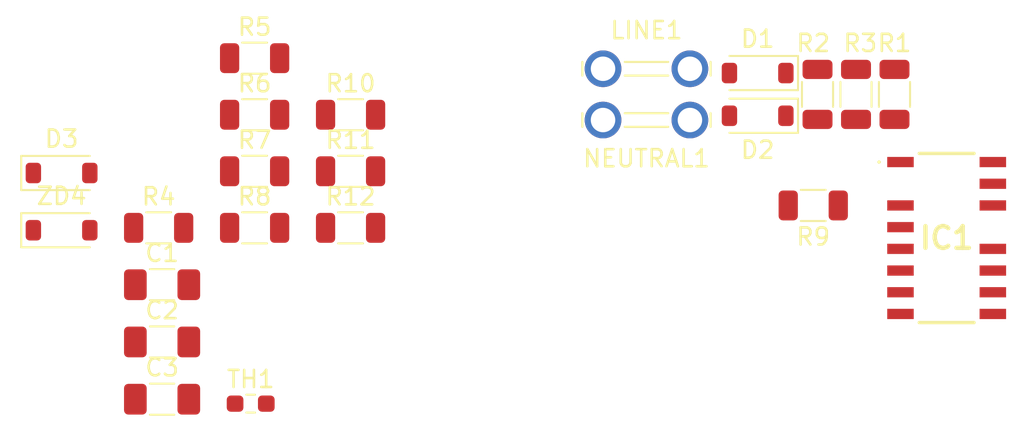
<source format=kicad_pcb>
(kicad_pcb (version 20241229) (generator "pcbnew") (generator_version "9.0")
  (layers (0 "F.Cu" signal) (2 "B.Cu" signal) (13 "F.Paste" user) (15 "B.Paste" user) (5 "F.SilkS" user "F.Silkscreen") (7 "B.SilkS" user "B.Silkscreen") (1 "F.Mask" user) (3 "B.Mask" user) (25 "Edge.Cuts" user))
  (net 0 "")
  (net 1 "Net-(D3-K)")
  (net 2 "HS")
  (net 3 "GNDPWR")
  (net 4 "LL")
  (net 5 "BLK")
  (net 6 "Net-(D1-A)")
  (net 7 "Net-(D1-K)")
  (net 8 "Net-(D2-A)")
  (net 9 "Net-(D3-A)")
  (net 10 "V5P")
  (net 11 "VCC")
  (net 12 "HO")
  (net 13 "ISNS")
  (net 14 "OVP")
  (net 15 "LO")
  (net 16 "TSET")
  (net 17 "FB")
  (net 18 "Net-(IC1-HV)")
  (net 19 "Net-(R1-Pad1)")
  (net 20 "Net-(R2-Pad1)")
  (net 21 "+VDC")
  (net 22 "Net-(R7-Pad1)")
  (net 23 "Net-(R8-Pad1)")
  (net 24 "Net-(ZD4-K)")
  (footprint "PCB:TE_62409-1" (layer "F.Cu") (at 119.75 104 180)
    (property "Reference" "NEUTRAL1" (at 0 -2.25 0) (layer "F.SilkS") (effects (font (size 1.001661 1.001661))))
    (property "Value" "SPADE")
    (fp_line (start 3.75 -0.4) (end 3.75 0.4) (stroke (width 0.127)) (layer "F.SilkS"))
    (fp_line (start -1.27 0.4) (end 1.27 0.4) (stroke (width 0.127)) (layer "F.SilkS"))
    (fp_line (start -1.27 -0.4) (end 1.27 -0.4) (stroke (width 0.127)) (layer "F.SilkS"))
    (fp_line (start -3.75 -0.4) (end -3.75 0.4) (stroke (width 0.127)) (layer "F.SilkS"))
    (pad "1" thru_hole circle (at -2.54 0 180) (size 2.145 2.145) (drill 1.43) (layers "*.Cu" "*.Mask") (net 8 "Net-(D2-A)"))
    (pad "2" thru_hole circle (at 2.54 0 180) (size 2.145 2.145) (drill 1.43) (layers "*.Cu" "*.Mask"))
  )
  (footprint "Diode_SMD:D_SOD-123" (layer "F.Cu") (at 85.555 107.1)
    (property "Reference" "D3" (at 0 -2 0) (layer "F.SilkS"))
    (property "Value" "1N4148W")
    (fp_line (start -2.36 -1) (end -2.36 1) (stroke (width 0.12)) (layer "F.SilkS"))
    (fp_line (start -2.36 -1) (end 1.65 -1) (stroke (width 0.12)) (layer "F.SilkS"))
    (fp_line (start -2.36 1) (end 1.65 1) (stroke (width 0.12)) (layer "F.SilkS"))
    (pad "1" smd roundrect (at -1.65 0) (size 0.9 1.2) (layers "F.Cu" "F.Mask" "F.Paste") (net 1 "Net-(D3-K)"))
    (pad "2" smd roundrect (at 1.65 0) (size 0.9 1.2) (layers "F.Cu" "F.Mask" "F.Paste") (net 9 "Net-(D3-A)"))
  )
  (footprint "Resistor_SMD:R_1206_3216Metric" (layer "F.Cu") (at 96.84 110.31)
    (property "Reference" "R8" (at 0 -1.83 0) (layer "F.SilkS"))
    (property "Value" "3M3")
    (fp_line (start -0.727064 -0.91) (end 0.727064 -0.91) (stroke (width 0.12)) (layer "F.SilkS"))
    (fp_line (start -0.727064 0.91) (end 0.727064 0.91) (stroke (width 0.12)) (layer "F.SilkS"))
    (pad "1" smd roundrect (at -1.4625 0) (size 1.125 1.75) (layers "F.Cu" "F.Mask" "F.Paste") (roundrect_rratio 0.222222) (net 23 "Net-(R8-Pad1)"))
    (pad "2" smd roundrect (at 1.4625 0) (size 1.125 1.75) (layers "F.Cu" "F.Mask" "F.Paste") (roundrect_rratio 0.222222) (net 22 "Net-(R7-Pad1)"))
  )
  (footprint "Capacitor_SMD:C_1206_3216Metric_Pad1.33x1.80mm_HandSolder" (layer "F.Cu") (at 91.43 113.64)
    (property "Reference" "C1" (at 0 -1.85 0) (layer "F.SilkS"))
    (property "Value" "100NF/100V")
    (fp_line (start -0.711252 -0.91) (end 0.711252 -0.91) (stroke (width 0.12)) (layer "F.SilkS"))
    (fp_line (start -0.711252 0.91) (end 0.711252 0.91) (stroke (width 0.12)) (layer "F.SilkS"))
    (pad "1" smd roundrect (at -1.5625 0) (size 1.325 1.8) (layers "F.Cu" "F.Mask" "F.Paste") (roundrect_rratio 0.188679) (net 2 "HS"))
    (pad "2" smd roundrect (at 1.5625 0) (size 1.325 1.8) (layers "F.Cu" "F.Mask" "F.Paste") (roundrect_rratio 0.188679) (net 1 "Net-(D3-K)"))
  )
  (footprint "Resistor_SMD:R_0603_1608Metric_Pad0.98x0.95mm_HandSolder" (layer "F.Cu") (at 96.61 120.6)
    (property "Reference" "TH1" (at 0 -1.43 0) (layer "F.SilkS"))
    (property "Value" "B57371V2474J060")
    (fp_line (start -0.254724 -0.5225) (end 0.254724 -0.5225) (stroke (width 0.12)) (layer "F.SilkS"))
    (fp_line (start -0.254724 0.5225) (end 0.254724 0.5225) (stroke (width 0.12)) (layer "F.SilkS"))
    (pad "1" smd roundrect (at -0.9125 0) (size 0.975 0.95) (layers "F.Cu" "F.Mask" "F.Paste") (net 14 "OVP"))
    (pad "2" smd roundrect (at 0.9125 0) (size 0.975 0.95) (layers "F.Cu" "F.Mask" "F.Paste") (net 3 "GNDPWR"))
  )
  (footprint "Resistor_SMD:R_1206_3216Metric" (layer "F.Cu") (at 102.45 110.31)
    (property "Reference" "R12" (at 0 -1.83 0) (layer "F.SilkS"))
    (property "Value" "15K")
    (fp_line (start -0.727064 -0.91) (end 0.727064 -0.91) (stroke (width 0.12)) (layer "F.SilkS"))
    (fp_line (start -0.727064 0.91) (end 0.727064 0.91) (stroke (width 0.12)) (layer "F.SilkS"))
    (pad "1" smd roundrect (at -1.4625 0) (size 1.125 1.75) (layers "F.Cu" "F.Mask" "F.Paste") (roundrect_rratio 0.222222) (net 3 "GNDPWR"))
    (pad "2" smd roundrect (at 1.4625 0) (size 1.125 1.75) (layers "F.Cu" "F.Mask" "F.Paste") (roundrect_rratio 0.222222) (net 14 "OVP"))
  )
  (footprint "Capacitor_SMD:C_1206_3216Metric_Pad1.33x1.80mm_HandSolder" (layer "F.Cu") (at 91.43 120.34)
    (property "Reference" "C3" (at 0 -1.85 0) (layer "F.SilkS"))
    (property "Value" "1NF/100V")
    (fp_line (start -0.711252 -0.91) (end 0.711252 -0.91) (stroke (width 0.12)) (layer "F.SilkS"))
    (fp_line (start -0.711252 0.91) (end 0.711252 0.91) (stroke (width 0.12)) (layer "F.SilkS"))
    (pad "1" smd roundrect (at -1.5625 0) (size 1.325 1.8) (layers "F.Cu" "F.Mask" "F.Paste") (roundrect_rratio 0.188679) (net 5 "BLK"))
    (pad "2" smd roundrect (at 1.5625 0) (size 1.325 1.8) (layers "F.Cu" "F.Mask" "F.Paste") (roundrect_rratio 0.188679) (net 3 "GNDPWR"))
  )
  (footprint "PCB:UCC256601DDBR" (layer "F.Cu") (at 137.3 110.905)
    (property "Reference" "IC1" (at 0 0 0) (layer "F.SilkS") (effects (font (size 1.27 1.27) (thickness 0.254))))
    (property "Value" "UCC256601DDBR" (hide yes))
    (fp_line (start -4 -4.445) (end -4 -4.445) (stroke (width 0.1)) (layer "F.SilkS"))
    (fp_line (start -3.9 -4.445) (end -3.9 -4.445) (stroke (width 0.1)) (layer "F.SilkS"))
    (fp_line (start -1.6 -4.95) (end 1.6 -4.95) (stroke (width 0.2)) (layer "F.SilkS"))
    (fp_line (start -1.6 4.95) (end 1.6 4.95) (stroke (width 0.2)) (layer "F.SilkS"))
    (fp_arc (start -4 -4.445) (mid -3.95 -4.495) (end -3.9 -4.445) (stroke (width 0.1)) (layer "F.SilkS"))
    (fp_arc (start -3.9 -4.445) (mid -3.95 -4.395) (end -4 -4.445) (stroke (width 0.1)) (layer "F.SilkS"))
    (pad "1" smd rect (at -2.7 -4.445 90) (size 0.6 1.55) (layers "F.Cu" "F.Mask" "F.Paste") (net 18 "Net-(IC1-HV)"))
    (pad "3" smd rect (at -2.7 -1.905 90) (size 0.6 1.55) (layers "F.Cu" "F.Mask" "F.Paste") (net 5 "BLK"))
    (pad "4" smd rect (at -2.7 -0.635 90) (size 0.6 1.55) (layers "F.Cu" "F.Mask" "F.Paste") (net 14 "OVP"))
    (pad "5" smd rect (at -2.7 0.635 90) (size 0.6 1.55) (layers "F.Cu" "F.Mask" "F.Paste") (net 17 "FB"))
    (pad "6" smd rect (at -2.7 1.905 90) (size 0.6 1.55) (layers "F.Cu" "F.Mask" "F.Paste") (net 4 "LL"))
    (pad "7" smd rect (at -2.7 3.175 90) (size 0.6 1.55) (layers "F.Cu" "F.Mask" "F.Paste") (net 16 "TSET"))
    (pad "8" smd rect (at -2.7 4.445 90) (size 0.6 1.55) (layers "F.Cu" "F.Mask" "F.Paste") (net 10 "V5P"))
    (pad "9" smd rect (at 2.7 4.445 90) (size 0.6 1.55) (layers "F.Cu" "F.Mask" "F.Paste") (net 13 "ISNS"))
    (pad "10" smd rect (at 2.7 3.175 90) (size 0.6 1.55) (layers "F.Cu" "F.Mask" "F.Paste") (net 3 "GNDPWR"))
    (pad "11" smd rect (at 2.7 1.905 90) (size 0.6 1.55) (layers "F.Cu" "F.Mask" "F.Paste") (net 15 "LO"))
    (pad "12" smd rect (at 2.7 0.635 90) (size 0.6 1.55) (layers "F.Cu" "F.Mask" "F.Paste") (net 11 "VCC"))
    (pad "14" smd rect (at 2.7 -1.905 90) (size 0.6 1.55) (layers "F.Cu" "F.Mask" "F.Paste") (net 1 "Net-(D3-K)"))
    (pad "15" smd rect (at 2.7 -3.175 90) (size 0.6 1.55) (layers "F.Cu" "F.Mask" "F.Paste") (net 12 "HO"))
    (pad "16" smd rect (at 2.7 -4.445 90) (size 0.6 1.55) (layers "F.Cu" "F.Mask" "F.Paste") (net 2 "HS"))
  )
  (footprint "Resistor_SMD:R_1206_3216Metric" (layer "F.Cu") (at 132 102.5 90)
    (property "Reference" "R2" (at 3 -2.5 0) (layer "F.SilkS"))
    (property "Value" "1K65")
    (fp_line (start -0.727064 -0.91) (end 0.727064 -0.91) (stroke (width 0.12)) (layer "F.SilkS"))
    (fp_line (start -0.727064 0.91) (end 0.727064 0.91) (stroke (width 0.12)) (layer "F.SilkS"))
    (pad "1" smd roundrect (at -1.4625 0 90) (size 1.125 1.75) (layers "F.Cu" "F.Mask" "F.Paste") (roundrect_rratio 0.222222) (net 20 "Net-(R2-Pad1)"))
    (pad "2" smd roundrect (at 1.4625 0 90) (size 1.125 1.75) (layers "F.Cu" "F.Mask" "F.Paste") (roundrect_rratio 0.222222) (net 19 "Net-(R1-Pad1)"))
  )
  (footprint "Resistor_SMD:R_1206_3216Metric" (layer "F.Cu") (at 134.25 102.5 -90)
    (property "Reference" "R1" (at -3 0 180) (layer "F.SilkS"))
    (property "Value" "1K65")
    (fp_line (start -0.727064 0.91) (end 0.727064 0.91) (stroke (width 0.12)) (layer "F.SilkS"))
    (fp_line (start -0.727064 -0.91) (end 0.727064 -0.91) (stroke (width 0.12)) (layer "F.SilkS"))
    (pad "1" smd roundrect (at -1.4625 0 270) (size 1.125 1.75) (layers "F.Cu" "F.Mask" "F.Paste") (roundrect_rratio 0.222222) (net 19 "Net-(R1-Pad1)"))
    (pad "2" smd roundrect (at 1.4625 0 270) (size 1.125 1.75) (layers "F.Cu" "F.Mask" "F.Paste") (roundrect_rratio 0.222222) (net 18 "Net-(IC1-HV)"))
  )
  (footprint "Resistor_SMD:R_1206_3216Metric" (layer "F.Cu") (at 102.45 107)
    (property "Reference" "R11" (at 0 -1.83 0) (layer "F.SilkS"))
    (property "Value" "15K")
    (fp_line (start -0.727064 -0.91) (end 0.727064 -0.91) (stroke (width 0.12)) (layer "F.SilkS"))
    (fp_line (start -0.727064 0.91) (end 0.727064 0.91) (stroke (width 0.12)) (layer "F.SilkS"))
    (pad "1" smd roundrect (at -1.4625 0) (size 1.125 1.75) (layers "F.Cu" "F.Mask" "F.Paste") (roundrect_rratio 0.222222) (net 24 "Net-(ZD4-K)"))
    (pad "2" smd roundrect (at 1.4625 0) (size 1.125 1.75) (layers "F.Cu" "F.Mask" "F.Paste") (roundrect_rratio 0.222222) (net 11 "VCC"))
  )
  (footprint "Diode_SMD:D_SOD-123" (layer "F.Cu") (at 126.25 101.25 180)
    (property "Reference" "D1" (at 0 2 0) (layer "F.SilkS"))
    (property "Value" "1N4148W")
    (fp_line (start -2.36 1) (end 1.65 1) (stroke (width 0.12)) (layer "F.SilkS"))
    (fp_line (start -2.36 -1) (end 1.65 -1) (stroke (width 0.12)) (layer "F.SilkS"))
    (fp_line (start -2.36 -1) (end -2.36 1) (stroke (width 0.12)) (layer "F.SilkS"))
    (pad "1" smd roundrect (at -1.65 0 180) (size 0.9 1.2) (layers "F.Cu" "F.Mask" "F.Paste") (net 7 "Net-(D1-K)"))
    (pad "2" smd roundrect (at 1.65 0 180) (size 0.9 1.2) (layers "F.Cu" "F.Mask" "F.Paste") (net 6 "Net-(D1-A)"))
  )
  (footprint "PCB:TE_62409-1" (layer "F.Cu") (at 119.75 101 180)
    (property "Reference" "LINE1" (at 0 2.25 0) (layer "F.SilkS") (effects (font (size 1.001661 1.001661))))
    (property "Value" "SPADE")
    (fp_line (start 3.75 -0.4) (end 3.75 0.4) (stroke (width 0.127)) (layer "F.SilkS"))
    (fp_line (start -1.27 0.4) (end 1.27 0.4) (stroke (width 0.127)) (layer "F.SilkS"))
    (fp_line (start -1.27 -0.4) (end 1.27 -0.4) (stroke (width 0.127)) (layer "F.SilkS"))
    (fp_line (start -3.75 -0.4) (end -3.75 0.4) (stroke (width 0.127)) (layer "F.SilkS"))
    (pad "1" thru_hole circle (at -2.54 0 180) (size 2.145 2.145) (drill 1.43) (layers "*.Cu" "*.Mask") (net 6 "Net-(D1-A)"))
    (pad "2" thru_hole circle (at 2.54 0 180) (size 2.145 2.145) (drill 1.43) (layers "*.Cu" "*.Mask"))
  )
  (footprint "Resistor_SMD:R_1206_3216Metric" (layer "F.Cu") (at 91.23 110.31)
    (property "Reference" "R4" (at 0 -1.83 0) (layer "F.SilkS"))
    (property "Value" "2E2")
    (fp_line (start -0.727064 -0.91) (end 0.727064 -0.91) (stroke (width 0.12)) (layer "F.SilkS"))
    (fp_line (start -0.727064 0.91) (end 0.727064 0.91) (stroke (width 0.12)) (layer "F.SilkS"))
    (pad "1" smd roundrect (at -1.4625 0) (size 1.125 1.75) (layers "F.Cu" "F.Mask" "F.Paste") (roundrect_rratio 0.222222) (net 9 "Net-(D3-A)"))
    (pad "2" smd roundrect (at 1.4625 0) (size 1.125 1.75) (layers "F.Cu" "F.Mask" "F.Paste") (roundrect_rratio 0.222222) (net 11 "VCC"))
  )
  (footprint "Diode_SMD:D_SOD-123" (layer "F.Cu") (at 126.25 103.75 180)
    (property "Reference" "D2" (at 0 -2 0) (layer "F.SilkS"))
    (property "Value" "1N4148W")
    (fp_line (start -2.36 1) (end 1.65 1) (stroke (width 0.12)) (layer "F.SilkS"))
    (fp_line (start -2.36 -1) (end 1.65 -1) (stroke (width 0.12)) (layer "F.SilkS"))
    (fp_line (start -2.36 -1) (end -2.36 1) (stroke (width 0.12)) (layer "F.SilkS"))
    (pad "1" smd roundrect (at -1.65 0 180) (size 0.9 1.2) (layers "F.Cu" "F.Mask" "F.Paste") (net 7 "Net-(D1-K)"))
    (pad "2" smd roundrect (at 1.65 0 180) (size 0.9 1.2) (layers "F.Cu" "F.Mask" "F.Paste") (net 8 "Net-(D2-A)"))
  )
  (footprint "Capacitor_SMD:C_1206_3216Metric_Pad1.33x1.80mm_HandSolder" (layer "F.Cu") (at 91.43 116.99)
    (property "Reference" "C2" (at 0 -1.85 0) (layer "F.SilkS"))
    (property "Value" "1NF/100V")
    (fp_line (start -0.711252 -0.91) (end 0.711252 -0.91) (stroke (width 0.12)) (layer "F.SilkS"))
    (fp_line (start -0.711252 0.91) (end 0.711252 0.91) (stroke (width 0.12)) (layer "F.SilkS"))
    (pad "1" smd roundrect (at -1.5625 0) (size 1.325 1.8) (layers "F.Cu" "F.Mask" "F.Paste") (roundrect_rratio 0.188679) (net 4 "LL"))
    (pad "2" smd roundrect (at 1.5625 0) (size 1.325 1.8) (layers "F.Cu" "F.Mask" "F.Paste") (roundrect_rratio 0.188679) (net 3 "GNDPWR"))
  )
  (footprint "Resistor_SMD:R_1206_3216Metric" (layer "F.Cu") (at 129.75 102.5 -90)
    (property "Reference" "R3" (at -3 -2.5 180) (layer "F.SilkS"))
    (property "Value" "1K65")
    (fp_line (start -0.727064 0.91) (end 0.727064 0.91) (stroke (width 0.12)) (layer "F.SilkS"))
    (fp_line (start -0.727064 -0.91) (end 0.727064 -0.91) (stroke (width 0.12)) (layer "F.SilkS"))
    (pad "1" smd roundrect (at -1.4625 0 270) (size 1.125 1.75) (layers "F.Cu" "F.Mask" "F.Paste") (roundrect_rratio 0.222222) (net 7 "Net-(D1-K)"))
    (pad "2" smd roundrect (at 1.4625 0 270) (size 1.125 1.75) (layers "F.Cu" "F.Mask" "F.Paste") (roundrect_rratio 0.222222) (net 20 "Net-(R2-Pad1)"))
  )
  (footprint "Resistor_SMD:R_1206_3216Metric" (layer "F.Cu") (at 96.84 100.38)
    (property "Reference" "R5" (at 0 -1.83 0) (layer "F.SilkS"))
    (property "Value" "560K")
    (fp_line (start -0.727064 -0.91) (end 0.727064 -0.91) (stroke (width 0.12)) (layer "F.SilkS"))
    (fp_line (start -0.727064 0.91) (end 0.727064 0.91) (stroke (width 0.12)) (layer "F.SilkS"))
    (pad "1" smd roundrect (at -1.4625 0) (size 1.125 1.75) (layers "F.Cu" "F.Mask" "F.Paste") (roundrect_rratio 0.222222) (net 10 "V5P"))
    (pad "2" smd roundrect (at 1.4625 0) (size 1.125 1.75) (layers "F.Cu" "F.Mask" "F.Paste") (roundrect_rratio 0.222222) (net 4 "LL"))
  )
  (footprint "Resistor_SMD:R_1206_3216Metric" (layer "F.Cu") (at 96.84 107)
    (property "Reference" "R7" (at 0 -1.83 0) (layer "F.SilkS"))
    (property "Value" "3M3")
    (fp_line (start -0.727064 -0.91) (end 0.727064 -0.91) (stroke (width 0.12)) (layer "F.SilkS"))
    (fp_line (start -0.727064 0.91) (end 0.727064 0.91) (stroke (width 0.12)) (layer "F.SilkS"))
    (pad "1" smd roundrect (at -1.4625 0) (size 1.125 1.75) (layers "F.Cu" "F.Mask" "F.Paste") (roundrect_rratio 0.222222) (net 22 "Net-(R7-Pad1)"))
    (pad "2" smd roundrect (at 1.4625 0) (size 1.125 1.75) (layers "F.Cu" "F.Mask" "F.Paste") (roundrect_rratio 0.222222) (net 21 "+VDC"))
  )
  (footprint "Resistor_SMD:R_1206_3216Metric" (layer "F.Cu") (at 102.45 103.69)
    (property "Reference" "R10" (at 0 -1.83 0) (layer "F.SilkS"))
    (property "Value" "35K7")
    (fp_line (start -0.727064 -0.91) (end 0.727064 -0.91) (stroke (width 0.12)) (layer "F.SilkS"))
    (fp_line (start -0.727064 0.91) (end 0.727064 0.91) (stroke (width 0.12)) (layer "F.SilkS"))
    (pad "1" smd roundrect (at -1.4625 0) (size 1.125 1.75) (layers "F.Cu" "F.Mask" "F.Paste") (roundrect_rratio 0.222222) (net 3 "GNDPWR"))
    (pad "2" smd roundrect (at 1.4625 0) (size 1.125 1.75) (layers "F.Cu" "F.Mask" "F.Paste") (roundrect_rratio 0.222222) (net 5 "BLK"))
  )
  (footprint "Resistor_SMD:R_1206_3216Metric" (layer "F.Cu") (at 129.5 109 180)
    (property "Reference" "R9" (at 0 -1.83 0) (layer "F.SilkS"))
    (property "Value" "3M3")
    (fp_line (start -0.727064 0.91) (end 0.727064 0.91) (stroke (width 0.12)) (layer "F.SilkS"))
    (fp_line (start -0.727064 -0.91) (end 0.727064 -0.91) (stroke (width 0.12)) (layer "F.SilkS"))
    (pad "1" smd roundrect (at -1.4625 0 180) (size 1.125 1.75) (layers "F.Cu" "F.Mask" "F.Paste") (roundrect_rratio 0.222222) (net 5 "BLK"))
    (pad "2" smd roundrect (at 1.4625 0 180) (size 1.125 1.75) (layers "F.Cu" "F.Mask" "F.Paste") (roundrect_rratio 0.222222) (net 23 "Net-(R8-Pad1)"))
  )
  (footprint "Diode_SMD:D_SOD-123" (layer "F.Cu") (at 85.555 110.45)
    (property "Reference" "ZD4" (at 0 -2 0) (layer "F.SilkS"))
    (property "Value" "15V")
    (fp_line (start -2.36 -1) (end -2.36 1) (stroke (width 0.12)) (layer "F.SilkS"))
    (fp_line (start -2.36 -1) (end 1.65 -1) (stroke (width 0.12)) (layer "F.SilkS"))
    (fp_line (start -2.36 1) (end 1.65 1) (stroke (width 0.12)) (layer "F.SilkS"))
    (pad "1" smd roundrect (at -1.65 0) (size 0.9 1.2) (layers "F.Cu" "F.Mask" "F.Paste") (net 24 "Net-(ZD4-K)"))
    (pad "2" smd roundrect (at 1.65 0) (size 0.9 1.2) (layers "F.Cu" "F.Mask" "F.Paste") (net 14 "OVP"))
  )
  (footprint "Resistor_SMD:R_1206_3216Metric" (layer "F.Cu") (at 96.84 103.69)
    (property "Reference" "R6" (at 0 -1.83 0) (layer "F.SilkS"))
    (property "Value" "150K")
    (fp_line (start -0.727064 -0.91) (end 0.727064 -0.91) (stroke (width 0.12)) (layer "F.SilkS"))
    (fp_line (start -0.727064 0.91) (end 0.727064 0.91) (stroke (width 0.12)) (layer "F.SilkS"))
    (pad "1" smd roundrect (at -1.4625 0) (size 1.125 1.75) (layers "F.Cu" "F.Mask" "F.Paste") (roundrect_rratio 0.222222) (net 3 "GNDPWR"))
    (pad "2" smd roundrect (at 1.4625 0) (size 1.125 1.75) (layers "F.Cu" "F.Mask" "F.Paste") (roundrect_rratio 0.222222) (net 4 "LL"))
  )
)
</source>
